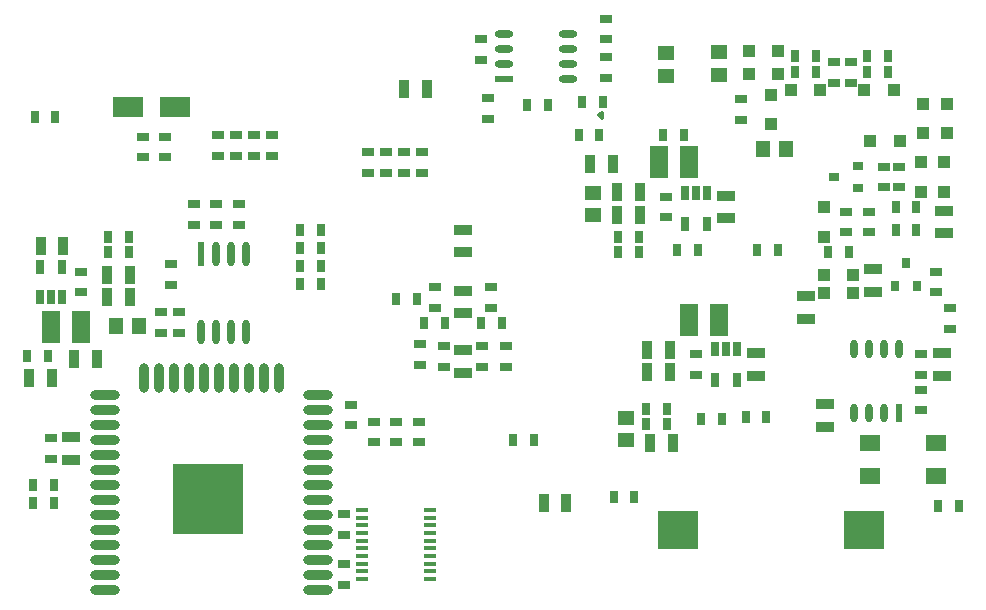
<source format=gbp>
G04 #@! TF.GenerationSoftware,KiCad,Pcbnew,5.0.0-rc2+dfsg1-2*
G04 #@! TF.CreationDate,2018-06-08T13:29:07+02:00*
G04 #@! TF.ProjectId,ulx3s,756C7833732E6B696361645F70636200,rev?*
G04 #@! TF.SameCoordinates,Original*
G04 #@! TF.FileFunction,Paste,Bot*
G04 #@! TF.FilePolarity,Positive*
%FSLAX46Y46*%
G04 Gerber Fmt 4.6, Leading zero omitted, Abs format (unit mm)*
G04 Created by KiCad (PCBNEW 5.0.0-rc2+dfsg1-2) date Fri Jun  8 13:29:07 2018*
%MOMM*%
%LPD*%
G01*
G04 APERTURE LIST*
%ADD10C,0.350000*%
%ADD11R,0.600000X2.100000*%
%ADD12O,0.600000X2.100000*%
%ADD13R,0.700000X1.200000*%
%ADD14R,1.000000X0.400000*%
%ADD15R,3.500000X3.300000*%
%ADD16R,0.600000X1.550000*%
%ADD17O,0.600000X1.550000*%
%ADD18O,2.500000X0.900000*%
%ADD19O,0.900000X2.500000*%
%ADD20R,6.000000X6.000000*%
%ADD21R,1.800000X1.400000*%
%ADD22R,0.970000X1.500000*%
%ADD23R,0.670000X1.000000*%
%ADD24R,1.500000X0.970000*%
%ADD25R,1.000000X0.670000*%
%ADD26R,1.000000X1.000000*%
%ADD27R,1.550000X0.600000*%
%ADD28O,1.550000X0.600000*%
%ADD29R,1.500000X2.700000*%
%ADD30R,1.295000X1.400000*%
%ADD31R,1.400000X1.295000*%
%ADD32R,2.500000X1.800000*%
%ADD33R,0.800000X0.900000*%
%ADD34R,0.900000X0.800000*%
G04 APERTURE END LIST*
D10*
G04 #@! TO.C,GPDI1*
X150296000Y-71062000D02*
X150046000Y-70812000D01*
X150046000Y-70812000D02*
X150296000Y-70562000D01*
X150296000Y-70562000D02*
X150296000Y-71062000D01*
G04 #@! TD*
D11*
G04 #@! TO.C,U10*
X116340000Y-82520000D03*
D12*
X117610000Y-82520000D03*
X118880000Y-82520000D03*
X120150000Y-82520000D03*
X120150000Y-89124000D03*
X118880000Y-89124000D03*
X117610000Y-89124000D03*
X116340000Y-89124000D03*
G04 #@! TD*
D13*
G04 #@! TO.C,U3*
X159825000Y-90600000D03*
X160775000Y-90600000D03*
X161725000Y-90600000D03*
X161725000Y-93200000D03*
X159825000Y-93200000D03*
G04 #@! TD*
G04 #@! TO.C,U4*
X104575000Y-86215000D03*
X103625000Y-86215000D03*
X102675000Y-86215000D03*
X102675000Y-83615000D03*
X104575000Y-83615000D03*
G04 #@! TD*
G04 #@! TO.C,U5*
X157285000Y-77392000D03*
X158235000Y-77392000D03*
X159185000Y-77392000D03*
X159185000Y-79992000D03*
X157285000Y-79992000D03*
G04 #@! TD*
D14*
G04 #@! TO.C,U6*
X135735000Y-104215000D03*
X135735000Y-104865000D03*
X135735000Y-105515000D03*
X135735000Y-106165000D03*
X135735000Y-106815000D03*
X135735000Y-107465000D03*
X135735000Y-108115000D03*
X135735000Y-108765000D03*
X135735000Y-109415000D03*
X135735000Y-110065000D03*
X129935000Y-110065000D03*
X129935000Y-109415000D03*
X129935000Y-108765000D03*
X129935000Y-108115000D03*
X129935000Y-107465000D03*
X129935000Y-106815000D03*
X129935000Y-106165000D03*
X129935000Y-105515000D03*
X129935000Y-104865000D03*
X129935000Y-104215000D03*
G04 #@! TD*
D15*
G04 #@! TO.C,BAT1*
X172485000Y-105870000D03*
X156685000Y-105870000D03*
G04 #@! TD*
D16*
G04 #@! TO.C,U7*
X175395000Y-96015000D03*
D17*
X174125000Y-96015000D03*
X172855000Y-96015000D03*
X171585000Y-96015000D03*
X171585000Y-90615000D03*
X172855000Y-90615000D03*
X174125000Y-90615000D03*
X175395000Y-90615000D03*
G04 #@! TD*
D18*
G04 #@! TO.C,U9*
X126230000Y-111000000D03*
X126230000Y-109730000D03*
X126230000Y-108460000D03*
X126230000Y-107190000D03*
X126230000Y-105920000D03*
X126230000Y-104650000D03*
X126230000Y-103380000D03*
X126230000Y-102110000D03*
X126230000Y-100840000D03*
X126230000Y-99570000D03*
X126230000Y-98300000D03*
X126230000Y-97030000D03*
X126230000Y-95760000D03*
X126230000Y-94490000D03*
D19*
X122945000Y-93000000D03*
X121675000Y-93000000D03*
X120405000Y-93000000D03*
X119135000Y-93000000D03*
X117865000Y-93000000D03*
X116595000Y-93000000D03*
X115325000Y-93000000D03*
X114055000Y-93000000D03*
X112785000Y-93000000D03*
X111515000Y-93000000D03*
D18*
X108230000Y-94490000D03*
X108230000Y-95760000D03*
X108230000Y-97030000D03*
X108230000Y-98300000D03*
X108230000Y-99570000D03*
X108230000Y-100840000D03*
X108230000Y-102110000D03*
X108230000Y-103380000D03*
X108230000Y-104650000D03*
X108230000Y-105920000D03*
X108230000Y-107190000D03*
X108230000Y-108460000D03*
X108230000Y-109730000D03*
X108230000Y-111000000D03*
D20*
X116930000Y-103300000D03*
G04 #@! TD*
D21*
G04 #@! TO.C,Y2*
X178576000Y-98522000D03*
X172976000Y-98522000D03*
X172976000Y-101322000D03*
X178576000Y-101322000D03*
G04 #@! TD*
D22*
G04 #@! TO.C,C47*
X133546000Y-68550000D03*
X135456000Y-68550000D03*
G04 #@! TD*
G04 #@! TO.C,C1*
X102748500Y-81885000D03*
X104658500Y-81885000D03*
G04 #@! TD*
D23*
G04 #@! TO.C,C2*
X153985000Y-96910000D03*
X155735000Y-96910000D03*
G04 #@! TD*
D22*
G04 #@! TO.C,C3*
X156015000Y-90630000D03*
X154105000Y-90630000D03*
G04 #@! TD*
G04 #@! TO.C,C4*
X154105000Y-92535000D03*
X156015000Y-92535000D03*
G04 #@! TD*
D24*
G04 #@! TO.C,C5*
X163315000Y-90945000D03*
X163315000Y-92855000D03*
G04 #@! TD*
D23*
G04 #@! TO.C,C6*
X151645000Y-82375000D03*
X153395000Y-82375000D03*
G04 #@! TD*
D22*
G04 #@! TO.C,C7*
X153475000Y-79200000D03*
X151565000Y-79200000D03*
G04 #@! TD*
G04 #@! TO.C,C8*
X153475000Y-77295000D03*
X151565000Y-77295000D03*
G04 #@! TD*
D24*
G04 #@! TO.C,C9*
X160775000Y-79520000D03*
X160775000Y-77610000D03*
G04 #@! TD*
D23*
G04 #@! TO.C,C10*
X108465000Y-81105000D03*
X110215000Y-81105000D03*
G04 #@! TD*
D22*
G04 #@! TO.C,C11*
X108385000Y-84280000D03*
X110295000Y-84280000D03*
G04 #@! TD*
G04 #@! TO.C,C12*
X110295000Y-86185000D03*
X108385000Y-86185000D03*
G04 #@! TD*
D24*
G04 #@! TO.C,C13*
X173221000Y-83833000D03*
X173221000Y-85743000D03*
G04 #@! TD*
D25*
G04 #@! TO.C,C14*
X175380000Y-76900000D03*
X175380000Y-75150000D03*
G04 #@! TD*
D24*
G04 #@! TO.C,C15*
X105276000Y-99967000D03*
X105276000Y-98057000D03*
G04 #@! TD*
G04 #@! TO.C,C16*
X167506000Y-88029000D03*
X167506000Y-86119000D03*
G04 #@! TD*
G04 #@! TO.C,C17*
X138500000Y-90665000D03*
X138500000Y-92575000D03*
G04 #@! TD*
D25*
G04 #@! TO.C,C18*
X150589600Y-64359000D03*
X150589600Y-62609000D03*
G04 #@! TD*
D24*
G04 #@! TO.C,C19*
X138500000Y-82375000D03*
X138500000Y-80465000D03*
G04 #@! TD*
G04 #@! TO.C,C20*
X138500000Y-87575000D03*
X138500000Y-85665000D03*
G04 #@! TD*
D22*
G04 #@! TO.C,C21*
X103706000Y-93061000D03*
X101796000Y-93061000D03*
G04 #@! TD*
G04 #@! TO.C,C22*
X154359000Y-98504000D03*
X156269000Y-98504000D03*
G04 #@! TD*
G04 #@! TO.C,C23*
X105591000Y-91392000D03*
X107501000Y-91392000D03*
G04 #@! TD*
G04 #@! TO.C,C24*
X151189000Y-74882000D03*
X149279000Y-74882000D03*
G04 #@! TD*
D25*
G04 #@! TO.C,C25*
X140900000Y-87095000D03*
X140900000Y-85345000D03*
G04 #@! TD*
G04 #@! TO.C,C26*
X136100000Y-87095000D03*
X136100000Y-85345000D03*
G04 #@! TD*
G04 #@! TO.C,C27*
X136900000Y-92095000D03*
X136900000Y-90345000D03*
G04 #@! TD*
G04 #@! TO.C,C28*
X140100000Y-90345000D03*
X140100000Y-92095000D03*
G04 #@! TD*
G04 #@! TO.C,C29*
X142100000Y-92095000D03*
X142100000Y-90345000D03*
G04 #@! TD*
G04 #@! TO.C,C30*
X134900000Y-90145000D03*
X134900000Y-91895000D03*
G04 #@! TD*
D23*
G04 #@! TO.C,C31*
X135225000Y-88420000D03*
X136975000Y-88420000D03*
G04 #@! TD*
G04 #@! TO.C,C32*
X140025000Y-88420000D03*
X141775000Y-88420000D03*
G04 #@! TD*
G04 #@! TO.C,C33*
X163425000Y-82220000D03*
X165175000Y-82220000D03*
G04 #@! TD*
G04 #@! TO.C,C34*
X158375000Y-82220000D03*
X156625000Y-82220000D03*
G04 #@! TD*
D25*
G04 #@! TO.C,C35*
X177300000Y-94025000D03*
X177300000Y-95775000D03*
G04 #@! TD*
D22*
G04 #@! TO.C,C46*
X145342000Y-103584000D03*
X147252000Y-103584000D03*
G04 #@! TD*
D23*
G04 #@! TO.C,C48*
X103995000Y-70963000D03*
X102245000Y-70963000D03*
G04 #@! TD*
G04 #@! TO.C,C49*
X103372000Y-91156000D03*
X101622000Y-91156000D03*
G04 #@! TD*
D25*
G04 #@! TO.C,C50*
X179713000Y-88856000D03*
X179713000Y-87106000D03*
G04 #@! TD*
D23*
G04 #@! TO.C,C51*
X180473000Y-103856000D03*
X178723000Y-103856000D03*
G04 #@! TD*
G04 #@! TO.C,C52*
X158645000Y-96490000D03*
X160395000Y-96490000D03*
G04 #@! TD*
G04 #@! TO.C,C53*
X132827200Y-86330000D03*
X134577200Y-86330000D03*
G04 #@! TD*
D24*
G04 #@! TO.C,C54*
X169172000Y-95281000D03*
X169172000Y-97191000D03*
G04 #@! TD*
G04 #@! TO.C,D11*
X179190000Y-80790000D03*
X179190000Y-78880000D03*
G04 #@! TD*
D26*
G04 #@! TO.C,D10*
X169050000Y-84280000D03*
X171550000Y-84280000D03*
G04 #@! TD*
G04 #@! TO.C,D12*
X169030000Y-78585000D03*
X169030000Y-81085000D03*
G04 #@! TD*
G04 #@! TO.C,D13*
X171550000Y-85804000D03*
X169050000Y-85804000D03*
G04 #@! TD*
G04 #@! TO.C,D14*
X179190000Y-74775000D03*
X179190000Y-77275000D03*
G04 #@! TD*
G04 #@! TO.C,D15*
X177285000Y-77275000D03*
X177285000Y-74775000D03*
G04 #@! TD*
G04 #@! TO.C,D16*
X172987000Y-72977000D03*
X175487000Y-72977000D03*
G04 #@! TD*
G04 #@! TO.C,D17*
X164585000Y-69060000D03*
X164585000Y-71560000D03*
G04 #@! TD*
G04 #@! TO.C,D20*
X168756000Y-68659000D03*
X166256000Y-68659000D03*
G04 #@! TD*
G04 #@! TO.C,D21*
X174979000Y-68659000D03*
X172479000Y-68659000D03*
G04 #@! TD*
G04 #@! TO.C,D23*
X165200000Y-67262000D03*
X162700000Y-67262000D03*
G04 #@! TD*
G04 #@! TO.C,D24*
X162700000Y-65357000D03*
X165200000Y-65357000D03*
G04 #@! TD*
G04 #@! TO.C,D25*
X177412000Y-72322000D03*
X177412000Y-69822000D03*
G04 #@! TD*
G04 #@! TO.C,D26*
X179444000Y-69822000D03*
X179444000Y-72322000D03*
G04 #@! TD*
D25*
G04 #@! TO.C,R49*
X113277000Y-74360000D03*
X113277000Y-72610000D03*
G04 #@! TD*
G04 #@! TO.C,R50*
X111372000Y-72610000D03*
X111372000Y-74360000D03*
G04 #@! TD*
D23*
G04 #@! TO.C,R51*
X155455000Y-72487000D03*
X157205000Y-72487000D03*
G04 #@! TD*
D25*
G04 #@! TO.C,R52*
X171331000Y-66278000D03*
X171331000Y-68028000D03*
G04 #@! TD*
G04 #@! TO.C,R53*
X169919000Y-68028000D03*
X169919000Y-66278000D03*
G04 #@! TD*
D23*
G04 #@! TO.C,R54*
X174477000Y-65738000D03*
X172727000Y-65738000D03*
G04 #@! TD*
D25*
G04 #@! TO.C,R56*
X128390000Y-106321000D03*
X128390000Y-104571000D03*
G04 #@! TD*
G04 #@! TO.C,R57*
X117722000Y-72483000D03*
X117722000Y-74233000D03*
G04 #@! TD*
G04 #@! TO.C,R58*
X119246000Y-74233000D03*
X119246000Y-72483000D03*
G04 #@! TD*
G04 #@! TO.C,R59*
X120770000Y-72483000D03*
X120770000Y-74233000D03*
G04 #@! TD*
G04 #@! TO.C,R60*
X122294000Y-74233000D03*
X122294000Y-72483000D03*
G04 #@! TD*
D23*
G04 #@! TO.C,R61*
X145655000Y-69900000D03*
X143905000Y-69900000D03*
G04 #@! TD*
G04 #@! TO.C,R40*
X166631000Y-65738000D03*
X168381000Y-65738000D03*
G04 #@! TD*
D25*
G04 #@! TO.C,R55*
X134740000Y-96740000D03*
X134740000Y-98490000D03*
G04 #@! TD*
D27*
G04 #@! TO.C,U11*
X141980000Y-67706500D03*
D28*
X141980000Y-66436500D03*
X141980000Y-65166500D03*
X141980000Y-63896500D03*
X147380000Y-63896500D03*
X147380000Y-65166500D03*
X147380000Y-66436500D03*
X147380000Y-67706500D03*
G04 #@! TD*
D24*
G04 #@! TO.C,C55*
X179078000Y-90963000D03*
X179078000Y-92873000D03*
G04 #@! TD*
D25*
G04 #@! TO.C,R65*
X177300000Y-92793000D03*
X177300000Y-91043000D03*
G04 #@! TD*
D29*
G04 #@! TO.C,L1*
X160140000Y-88090000D03*
X157600000Y-88090000D03*
G04 #@! TD*
G04 #@! TO.C,L2*
X103625000Y-88725000D03*
X106165000Y-88725000D03*
G04 #@! TD*
G04 #@! TO.C,L3*
X155060000Y-74755000D03*
X157600000Y-74755000D03*
G04 #@! TD*
D23*
G04 #@! TO.C,R1*
X171175000Y-82375000D03*
X169425000Y-82375000D03*
G04 #@! TD*
D25*
G04 #@! TO.C,R2*
X172840000Y-78960000D03*
X172840000Y-80710000D03*
G04 #@! TD*
G04 #@! TO.C,R3*
X162045000Y-71185000D03*
X162045000Y-69435000D03*
G04 #@! TD*
D23*
G04 #@! TO.C,R4*
X176890000Y-80470000D03*
X175140000Y-80470000D03*
G04 #@! TD*
D25*
G04 #@! TO.C,R5*
X174110000Y-75150000D03*
X174110000Y-76900000D03*
G04 #@! TD*
G04 #@! TO.C,R6*
X178555000Y-85790000D03*
X178555000Y-84040000D03*
G04 #@! TD*
G04 #@! TO.C,R7*
X113785000Y-85155000D03*
X113785000Y-83405000D03*
G04 #@! TD*
G04 #@! TO.C,R8*
X170935000Y-80710000D03*
X170935000Y-78960000D03*
G04 #@! TD*
G04 #@! TO.C,R9*
X128390000Y-110555000D03*
X128390000Y-108805000D03*
G04 #@! TD*
D23*
G04 #@! TO.C,R10*
X151264000Y-103076000D03*
X153014000Y-103076000D03*
G04 #@! TD*
D25*
G04 #@! TO.C,R11*
X119515000Y-80093000D03*
X119515000Y-78343000D03*
G04 #@! TD*
G04 #@! TO.C,R12*
X114420000Y-89219000D03*
X114420000Y-87469000D03*
G04 #@! TD*
D23*
G04 #@! TO.C,R13*
X175140000Y-78565000D03*
X176890000Y-78565000D03*
G04 #@! TD*
G04 #@! TO.C,R14*
X124721000Y-85060000D03*
X126471000Y-85060000D03*
G04 #@! TD*
G04 #@! TO.C,R15*
X126471000Y-83536000D03*
X124721000Y-83536000D03*
G04 #@! TD*
G04 #@! TO.C,R16*
X124721000Y-82012000D03*
X126471000Y-82012000D03*
G04 #@! TD*
G04 #@! TO.C,R17*
X126471000Y-80470000D03*
X124721000Y-80470000D03*
G04 #@! TD*
D25*
G04 #@! TO.C,R18*
X130422000Y-73898000D03*
X130422000Y-75648000D03*
G04 #@! TD*
G04 #@! TO.C,R19*
X131961000Y-73898000D03*
X131961000Y-75648000D03*
G04 #@! TD*
G04 #@! TO.C,R20*
X133485000Y-73898000D03*
X133485000Y-75648000D03*
G04 #@! TD*
G04 #@! TO.C,R21*
X135009000Y-75648000D03*
X135009000Y-73898000D03*
G04 #@! TD*
G04 #@! TO.C,R22*
X140025500Y-66105000D03*
X140025500Y-64355000D03*
G04 #@! TD*
G04 #@! TO.C,R23*
X140597000Y-71076000D03*
X140597000Y-69326000D03*
G04 #@! TD*
G04 #@! TO.C,R24*
X150615000Y-67647000D03*
X150615000Y-65897000D03*
G04 #@! TD*
D23*
G04 #@! TO.C,R25*
X148300000Y-72487000D03*
X150050000Y-72487000D03*
G04 #@! TD*
G04 #@! TO.C,R26*
X150362000Y-69693000D03*
X148612000Y-69693000D03*
G04 #@! TD*
D25*
G04 #@! TO.C,R27*
X129025000Y-95300000D03*
X129025000Y-97050000D03*
G04 #@! TD*
G04 #@! TO.C,R28*
X117595000Y-78343000D03*
X117595000Y-80093000D03*
G04 #@! TD*
G04 #@! TO.C,R29*
X112896000Y-89219000D03*
X112896000Y-87469000D03*
G04 #@! TD*
G04 #@! TO.C,R30*
X115690000Y-78343000D03*
X115690000Y-80093000D03*
G04 #@! TD*
D23*
G04 #@! TO.C,R31*
X142755000Y-98250000D03*
X144505000Y-98250000D03*
G04 #@! TD*
D25*
G04 #@! TO.C,R32*
X132835000Y-98490000D03*
X132835000Y-96740000D03*
G04 #@! TD*
G04 #@! TO.C,R33*
X130930000Y-96740000D03*
X130930000Y-98490000D03*
G04 #@! TD*
D23*
G04 #@! TO.C,R34*
X102115000Y-103600000D03*
X103865000Y-103600000D03*
G04 #@! TD*
G04 #@! TO.C,R35*
X102115000Y-102060000D03*
X103865000Y-102060000D03*
G04 #@! TD*
D25*
G04 #@! TO.C,R38*
X103576500Y-99905000D03*
X103576500Y-98155000D03*
G04 #@! TD*
D23*
G04 #@! TO.C,R39*
X164190000Y-96345000D03*
X162440000Y-96345000D03*
G04 #@! TD*
G04 #@! TO.C,R63*
X168381000Y-67135000D03*
X166631000Y-67135000D03*
G04 #@! TD*
G04 #@! TO.C,R64*
X174475000Y-67120000D03*
X172725000Y-67120000D03*
G04 #@! TD*
G04 #@! TO.C,RA1*
X153985000Y-95640000D03*
X155735000Y-95640000D03*
G04 #@! TD*
G04 #@! TO.C,RA2*
X110215000Y-82375000D03*
X108465000Y-82375000D03*
G04 #@! TD*
G04 #@! TO.C,RA3*
X151645000Y-81105000D03*
X153395000Y-81105000D03*
G04 #@! TD*
D25*
G04 #@! TO.C,RB1*
X158235000Y-92775000D03*
X158235000Y-91025000D03*
G04 #@! TD*
G04 #@! TO.C,RB2*
X106165000Y-85790000D03*
X106165000Y-84040000D03*
G04 #@! TD*
G04 #@! TO.C,RB3*
X155695000Y-79440000D03*
X155695000Y-77690000D03*
G04 #@! TD*
D30*
G04 #@! TO.C,RD9*
X165821500Y-73630000D03*
X163886500Y-73630000D03*
G04 #@! TD*
D31*
G04 #@! TO.C,RD51*
X155710000Y-65550500D03*
X155710000Y-67485500D03*
G04 #@! TD*
G04 #@! TO.C,RD52*
X160155000Y-67358500D03*
X160155000Y-65423500D03*
G04 #@! TD*
G04 #@! TO.C,RP1*
X152281000Y-96393500D03*
X152281000Y-98328500D03*
G04 #@! TD*
D30*
G04 #@! TO.C,RP2*
X111069500Y-88598000D03*
X109134500Y-88598000D03*
G04 #@! TD*
D31*
G04 #@! TO.C,RP3*
X149472000Y-77343500D03*
X149472000Y-79278500D03*
G04 #@! TD*
D32*
G04 #@! TO.C,D8*
X110149000Y-70074000D03*
X114149000Y-70074000D03*
G04 #@! TD*
D33*
G04 #@! TO.C,Q1*
X176015000Y-83280000D03*
X175065000Y-85280000D03*
X176965000Y-85280000D03*
G04 #@! TD*
D34*
G04 #@! TO.C,Q2*
X171935000Y-75075000D03*
X171935000Y-76975000D03*
X169935000Y-76025000D03*
G04 #@! TD*
M02*

</source>
